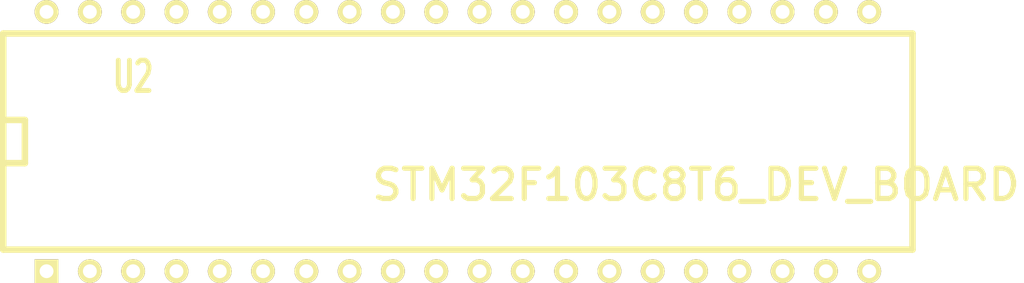
<source format=kicad_pcb>
(kicad_pcb (version 20171130) (host pcbnew 5.0.0-fee4fd1~66~ubuntu18.04.1)

  (general
    (thickness 1.6)
    (drawings 0)
    (tracks 0)
    (zones 0)
    (modules 1)
    (nets 3)
  )

  (page A3)
  (layers
    (0 F.Cu signal)
    (31 B.Cu signal)
    (32 B.Adhes user)
    (33 F.Adhes user)
    (34 B.Paste user)
    (35 F.Paste user)
    (36 B.SilkS user)
    (37 F.SilkS user)
    (38 B.Mask user)
    (39 F.Mask user)
    (40 Dwgs.User user)
    (41 Cmts.User user)
    (42 Eco1.User user)
    (43 Eco2.User user)
    (44 Edge.Cuts user)
  )

  (setup
    (last_trace_width 0.254)
    (user_trace_width 0.508)
    (trace_clearance 0.1016)
    (zone_clearance 0.508)
    (zone_45_only no)
    (trace_min 0.254)
    (segment_width 0.2)
    (edge_width 0.1)
    (via_size 0.889)
    (via_drill 0.635)
    (via_min_size 0.889)
    (via_min_drill 0.508)
    (uvia_size 0.508)
    (uvia_drill 0.127)
    (uvias_allowed no)
    (uvia_min_size 0.508)
    (uvia_min_drill 0.127)
    (pcb_text_width 0.3)
    (pcb_text_size 1.5 1.5)
    (mod_edge_width 0.15)
    (mod_text_size 1 1)
    (mod_text_width 0.15)
    (pad_size 1.5 1.5)
    (pad_drill 0.6)
    (pad_to_mask_clearance 0)
    (aux_axis_origin 0 0)
    (visible_elements 7FFFFFBF)
    (pcbplotparams
      (layerselection 0x00030_ffffffff)
      (usegerberextensions true)
      (usegerberattributes false)
      (usegerberadvancedattributes false)
      (creategerberjobfile false)
      (excludeedgelayer true)
      (linewidth 0.150000)
      (plotframeref false)
      (viasonmask false)
      (mode 1)
      (useauxorigin false)
      (hpglpennumber 1)
      (hpglpenspeed 20)
      (hpglpendiameter 15.000000)
      (psnegative false)
      (psa4output false)
      (plotreference true)
      (plotvalue true)
      (plotinvisibletext false)
      (padsonsilk false)
      (subtractmaskfromsilk false)
      (outputformat 1)
      (mirror false)
      (drillshape 1)
      (scaleselection 1)
      (outputdirectory ""))
  )

  (net 0 "")
  (net 1 GND)
  (net 2 VCC)

  (net_class Default "This is the default net class."
    (clearance 0.1016)
    (trace_width 0.254)
    (via_dia 0.889)
    (via_drill 0.635)
    (uvia_dia 0.508)
    (uvia_drill 0.127)
    (add_net GND)
    (add_net VCC)
  )

  (module DIP-40__600 (layer F.Cu) (tedit 200000) (tstamp 57204414)
    (at 250.19 124.46)
    (descr "Module Dil 40 pins, pads ronds, e=600 mils")
    (tags DIL)
    (path /57202BC2)
    (fp_text reference U2 (at -19.05 -3.81) (layer F.SilkS)
      (effects (font (size 1.778 1.143) (thickness 0.3048)))
    )
    (fp_text value STM32F103C8T6_DEV_BOARD (at 13.97 2.54) (layer F.SilkS)
      (effects (font (size 1.778 1.778) (thickness 0.3048)))
    )
    (fp_line (start -26.67 -1.27) (end -25.4 -1.27) (layer F.SilkS) (width 0.381))
    (fp_line (start -25.4 -1.27) (end -25.4 1.27) (layer F.SilkS) (width 0.381))
    (fp_line (start -25.4 1.27) (end -26.67 1.27) (layer F.SilkS) (width 0.381))
    (fp_line (start -26.67 -6.35) (end 26.67 -6.35) (layer F.SilkS) (width 0.381))
    (fp_line (start 26.67 -6.35) (end 26.67 6.35) (layer F.SilkS) (width 0.381))
    (fp_line (start 26.67 6.35) (end -26.67 6.35) (layer F.SilkS) (width 0.381))
    (fp_line (start -26.67 6.35) (end -26.67 -6.35) (layer F.SilkS) (width 0.381))
    (pad 1 thru_hole rect (at -24.13 7.62) (size 1.397 1.397) (drill 0.8128) (layers *.Cu *.Mask F.SilkS))
    (pad 2 thru_hole circle (at -21.59 7.62) (size 1.397 1.397) (drill 0.8128) (layers *.Cu *.Mask F.SilkS))
    (pad 3 thru_hole circle (at -19.05 7.62) (size 1.397 1.397) (drill 0.8128) (layers *.Cu *.Mask F.SilkS))
    (pad 4 thru_hole circle (at -16.51 7.62) (size 1.397 1.397) (drill 0.8128) (layers *.Cu *.Mask F.SilkS))
    (pad 5 thru_hole circle (at -13.97 7.62) (size 1.397 1.397) (drill 0.8128) (layers *.Cu *.Mask F.SilkS))
    (pad 6 thru_hole circle (at -11.43 7.62) (size 1.397 1.397) (drill 0.8128) (layers *.Cu *.Mask F.SilkS))
    (pad 7 thru_hole circle (at -8.89 7.62) (size 1.397 1.397) (drill 0.8128) (layers *.Cu *.Mask F.SilkS))
    (pad 8 thru_hole circle (at -6.35 7.62) (size 1.397 1.397) (drill 0.8128) (layers *.Cu *.Mask F.SilkS))
    (pad 9 thru_hole circle (at -3.81 7.62) (size 1.397 1.397) (drill 0.8128) (layers *.Cu *.Mask F.SilkS))
    (pad 10 thru_hole circle (at -1.27 7.62) (size 1.397 1.397) (drill 0.8128) (layers *.Cu *.Mask F.SilkS))
    (pad 11 thru_hole circle (at 1.27 7.62) (size 1.397 1.397) (drill 0.8128) (layers *.Cu *.Mask F.SilkS))
    (pad 12 thru_hole circle (at 3.81 7.62) (size 1.397 1.397) (drill 0.8128) (layers *.Cu *.Mask F.SilkS))
    (pad 13 thru_hole circle (at 6.35 7.62) (size 1.397 1.397) (drill 0.8128) (layers *.Cu *.Mask F.SilkS))
    (pad 14 thru_hole circle (at 8.89 7.62) (size 1.397 1.397) (drill 0.8128) (layers *.Cu *.Mask F.SilkS))
    (pad 15 thru_hole circle (at 11.43 7.62) (size 1.397 1.397) (drill 0.8128) (layers *.Cu *.Mask F.SilkS))
    (pad 16 thru_hole circle (at 13.97 7.62) (size 1.397 1.397) (drill 0.8128) (layers *.Cu *.Mask F.SilkS))
    (pad 17 thru_hole circle (at 16.51 7.62) (size 1.397 1.397) (drill 0.8128) (layers *.Cu *.Mask F.SilkS))
    (pad 18 thru_hole circle (at 19.05 7.62) (size 1.397 1.397) (drill 0.8128) (layers *.Cu *.Mask F.SilkS))
    (pad 19 thru_hole circle (at 21.59 7.62) (size 1.397 1.397) (drill 0.8128) (layers *.Cu *.Mask F.SilkS)
      (net 1 GND))
    (pad 20 thru_hole circle (at 24.13 7.62) (size 1.397 1.397) (drill 0.8128) (layers *.Cu *.Mask F.SilkS)
      (net 2 VCC))
    (pad 21 thru_hole circle (at 24.13 -7.62) (size 1.397 1.397) (drill 0.8128) (layers *.Cu *.Mask F.SilkS)
      (net 2 VCC))
    (pad 22 thru_hole circle (at 21.59 -7.62) (size 1.397 1.397) (drill 0.8128) (layers *.Cu *.Mask F.SilkS))
    (pad 23 thru_hole circle (at 19.05 -7.62) (size 1.397 1.397) (drill 0.8128) (layers *.Cu *.Mask F.SilkS))
    (pad 24 thru_hole circle (at 16.51 -7.62) (size 1.397 1.397) (drill 0.8128) (layers *.Cu *.Mask F.SilkS))
    (pad 25 thru_hole circle (at 13.97 -7.62) (size 1.397 1.397) (drill 0.8128) (layers *.Cu *.Mask F.SilkS))
    (pad 26 thru_hole circle (at 11.43 -7.62) (size 1.397 1.397) (drill 0.8128) (layers *.Cu *.Mask F.SilkS))
    (pad 27 thru_hole circle (at 8.89 -7.62) (size 1.397 1.397) (drill 0.8128) (layers *.Cu *.Mask F.SilkS))
    (pad 28 thru_hole circle (at 6.35 -7.62) (size 1.397 1.397) (drill 0.8128) (layers *.Cu *.Mask F.SilkS))
    (pad 29 thru_hole circle (at 3.81 -7.62) (size 1.397 1.397) (drill 0.8128) (layers *.Cu *.Mask F.SilkS))
    (pad 30 thru_hole circle (at 1.27 -7.62) (size 1.397 1.397) (drill 0.8128) (layers *.Cu *.Mask F.SilkS))
    (pad 31 thru_hole circle (at -1.27 -7.62) (size 1.397 1.397) (drill 0.8128) (layers *.Cu *.Mask F.SilkS))
    (pad 32 thru_hole circle (at -3.81 -7.62) (size 1.397 1.397) (drill 0.8128) (layers *.Cu *.Mask F.SilkS))
    (pad 33 thru_hole circle (at -6.35 -7.62) (size 1.397 1.397) (drill 0.8128) (layers *.Cu *.Mask F.SilkS))
    (pad 34 thru_hole circle (at -8.89 -7.62) (size 1.397 1.397) (drill 0.8128) (layers *.Cu *.Mask F.SilkS))
    (pad 35 thru_hole circle (at -11.43 -7.62) (size 1.397 1.397) (drill 0.8128) (layers *.Cu *.Mask F.SilkS))
    (pad 36 thru_hole circle (at -13.97 -7.62) (size 1.397 1.397) (drill 0.8128) (layers *.Cu *.Mask F.SilkS))
    (pad 37 thru_hole circle (at -16.51 -7.62) (size 1.397 1.397) (drill 0.8128) (layers *.Cu *.Mask F.SilkS))
    (pad 38 thru_hole circle (at -19.05 -7.62) (size 1.397 1.397) (drill 0.8128) (layers *.Cu *.Mask F.SilkS))
    (pad 39 thru_hole circle (at -21.59 -7.62) (size 1.397 1.397) (drill 0.8128) (layers *.Cu *.Mask F.SilkS)
      (net 1 GND))
    (pad 40 thru_hole circle (at -24.13 -7.62) (size 1.397 1.397) (drill 0.8128) (layers *.Cu *.Mask F.SilkS)
      (net 1 GND))
    (model dil/dil_40-w600.wrl
      (at (xyz 0 0 0))
      (scale (xyz 1 1 1))
      (rotate (xyz 0 0 0))
    )
  )

)

</source>
